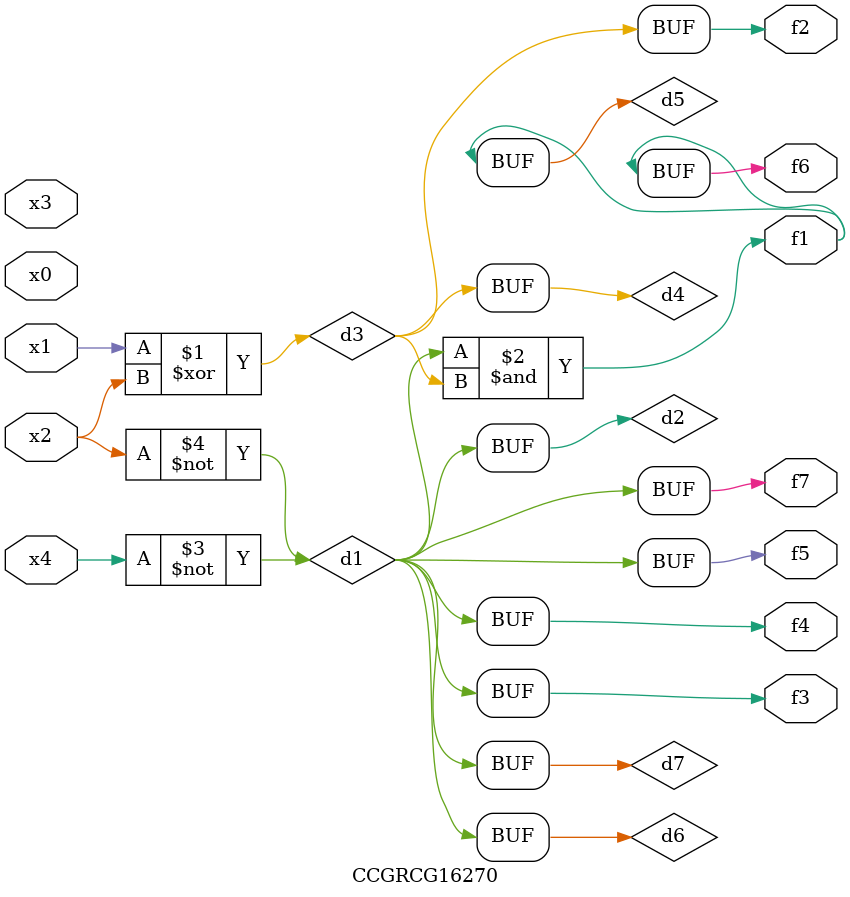
<source format=v>
module CCGRCG16270(
	input x0, x1, x2, x3, x4,
	output f1, f2, f3, f4, f5, f6, f7
);

	wire d1, d2, d3, d4, d5, d6, d7;

	not (d1, x4);
	not (d2, x2);
	xor (d3, x1, x2);
	buf (d4, d3);
	and (d5, d1, d3);
	buf (d6, d1, d2);
	buf (d7, d2);
	assign f1 = d5;
	assign f2 = d4;
	assign f3 = d7;
	assign f4 = d7;
	assign f5 = d7;
	assign f6 = d5;
	assign f7 = d7;
endmodule

</source>
